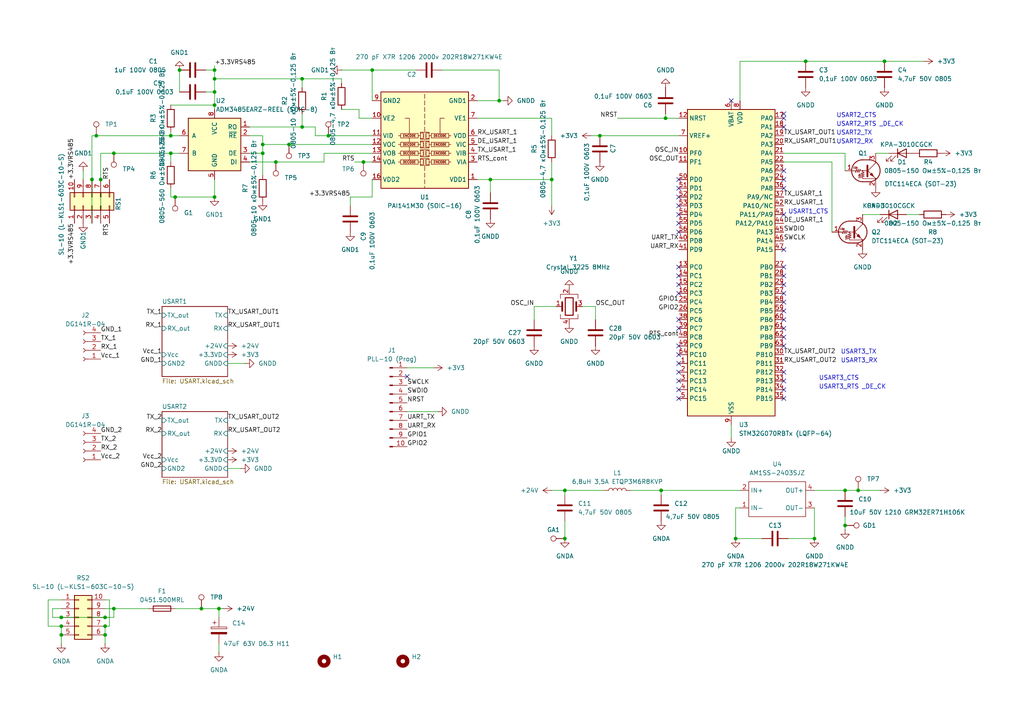
<source format=kicad_sch>
(kicad_sch (version 20250114) (generator "eeschema") (generator_version "9.0")
  (paper "A4")
  (text "USART2_CTS" (at 242.57 34.29 0) (effects (font (size 1.27 1.27)) (justify left bottom)))
  (text "USART1_CTS" (at 228.6 62.23 0) (effects (font (size 1.27 1.27)) (justify left bottom)))
  (text "USART3_RX" (at 243.84 105.41 0) (effects (font (size 1.27 1.27)) (justify left bottom)))
  (text "USART3_RTS _DE_CK" (at 237.49 113.03 0) (effects (font (size 1.27 1.27)) (justify left bottom)))
  (text "USART2_TX" (at 242.57 39.37 0) (effects (font (size 1.27 1.27)) (justify left bottom)))
  (text "USART2_RTS _DE_CK" (at 242.57 36.83 0) (effects (font (size 1.27 1.27)) (justify left bottom)))
  (text "USART3_TX" (at 243.84 102.87 0) (effects (font (size 1.27 1.27)) (justify left bottom)))
  (text "USART3_CTS" (at 237.49 110.49 0) (effects (font (size 1.27 1.27)) (justify left bottom)))
  (text "USART2_RX" (at 242.57 41.91 0) (effects (font (size 1.27 1.27)) (justify left bottom)))
  (junction (at 30.48 184.15))
  (junction (at 248.92 142.24))
  (junction (at 107.95 20.32))
  (junction (at 173.99 39.37))
  (junction (at 62.23 26.67))
  (junction (at 83.82 41.91))
  (junction (at 30.48 179.07))
  (junction (at 17.78 181.61))
  (junction (at 62.23 22.86))
  (junction (at 62.23 20.32))
  (junction (at 49.53 39.37))
  (junction (at 76.2 44.45))
  (junction (at 245.11 152.4))
  (junction (at 95.25 39.37))
  (junction (at 29.21 52.07))
  (junction (at 62.23 30.48))
  (junction (at 160.02 52.07))
  (junction (at 256.54 17.78))
  (junction (at 76.2 41.91))
  (junction (at 27.94 39.37))
  (junction (at 30.48 181.61))
  (junction (at 87.63 36.83))
  (junction (at 193.04 34.29))
  (junction (at 142.24 52.07))
  (junction (at 80.01 46.99))
  (junction (at 163.83 156.21))
  (junction (at 191.77 142.24))
  (junction (at 87.63 22.86))
  (junction (at 144.78 29.21))
  (junction (at 26.67 52.07))
  (junction (at 163.83 142.24))
  (junction (at 245.11 142.24))
  (junction (at 33.02 44.45))
  (junction (at 17.78 179.07))
  (junction (at 62.23 57.15))
  (junction (at 213.36 156.21))
  (junction (at 233.68 17.78))
  (junction (at 49.53 44.45))
  (junction (at 17.78 184.15))
  (junction (at 105.41 46.99))
  (junction (at 50.8 57.15))
  (junction (at 236.22 156.21))
  (junction (at 52.07 20.32))
  (junction (at 33.02 176.53))
  (junction (at 63.5 176.53))
  (junction (at 58.42 176.53))
  (no_connect (at 227.33 85.09))
  (no_connect (at 196.85 54.61))
  (no_connect (at 212.09 29.21))
  (no_connect (at 227.33 100.33))
  (no_connect (at 227.33 34.29))
  (no_connect (at 196.85 92.71))
  (no_connect (at 196.85 102.87))
  (no_connect (at 227.33 80.01))
  (no_connect (at 196.85 105.41))
  (no_connect (at 227.33 87.63))
  (no_connect (at 227.33 49.53))
  (no_connect (at 227.33 92.71))
  (no_connect (at 196.85 95.25))
  (no_connect (at 196.85 57.15))
  (no_connect (at 196.85 64.77))
  (no_connect (at 227.33 110.49))
  (no_connect (at 227.33 33.02))
  (no_connect (at 196.85 52.07))
  (no_connect (at 196.85 113.03))
  (no_connect (at 196.85 80.01))
  (no_connect (at 227.33 97.79))
  (no_connect (at 196.85 82.55))
  (no_connect (at 196.85 100.33))
  (no_connect (at 196.85 67.31))
  (no_connect (at 227.33 115.57))
  (no_connect (at 227.33 36.83))
  (no_connect (at 196.85 107.95))
  (no_connect (at 196.85 115.57))
  (no_connect (at 227.33 54.61))
  (no_connect (at 227.33 95.25))
  (no_connect (at 118.11 109.22))
  (no_connect (at 227.33 62.23))
  (no_connect (at 227.33 77.47))
  (no_connect (at 227.33 90.17))
  (no_connect (at 227.33 52.07))
  (no_connect (at 227.33 107.95))
  (no_connect (at 196.85 77.47))
  (no_connect (at 196.85 62.23))
  (no_connect (at 227.33 82.55))
  (no_connect (at 196.85 110.49))
  (no_connect (at 196.85 85.09))
  (no_connect (at 227.33 72.39))
  (no_connect (at 227.33 113.03))
  (no_connect (at 196.85 59.69))
  (wire (pts (xy 62.23 22.86) (xy 87.63 22.86)))
  (wire (pts (xy 102.87 46.99) (xy 105.41 46.99)))
  (wire (pts (xy 161.29 88.9) (xy 154.94 88.9)))
  (wire (pts (xy 144.78 29.21) (xy 146.05 29.21)))
  (wire (pts (xy 49.53 46.99) (xy 49.53 44.45)))
  (wire (pts (xy 26.67 39.37) (xy 26.67 52.07)))
  (wire (pts (xy 30.48 181.61) (xy 30.48 184.15)))
  (wire (pts (xy 172.72 88.9) (xy 172.72 92.71)))
  (wire (pts (xy 241.3 46.99) (xy 227.33 46.99)))
  (wire (pts (xy 15.24 176.53) (xy 15.24 179.07)))
  (wire (pts (xy 160.02 142.24) (xy 163.83 142.24)))
  (wire (pts (xy 31.75 173.99) (xy 31.75 181.61)))
  (wire (pts (xy 50.8 57.15) (xy 62.23 57.15)))
  (wire (pts (xy 66.04 135.89) (xy 69.85 135.89)))
  (wire (pts (xy 13.97 173.99) (xy 13.97 181.61)))
  (wire (pts (xy 29.21 64.77) (xy 29.21 52.07)))
  (wire (pts (xy 257.81 44.45) (xy 254 44.45)))
  (wire (pts (xy 15.24 179.07) (xy 17.78 179.07)))
  (wire (pts (xy 91.44 39.37) (xy 95.25 39.37)))
  (wire (pts (xy 76.2 39.37) (xy 76.2 41.91)))
  (wire (pts (xy 227.33 44.45) (xy 245.11 44.45)))
  (wire (pts (xy 63.5 176.53) (xy 63.5 179.07)))
  (wire (pts (xy 49.53 54.61) (xy 49.53 57.15)))
  (wire (pts (xy 95.25 39.37) (xy 107.95 39.37)))
  (wire (pts (xy 62.23 20.32) (xy 62.23 22.86)))
  (wire (pts (xy 87.63 22.86) (xy 99.06 22.86)))
  (wire (pts (xy 128.27 20.32) (xy 144.78 20.32)))
  (wire (pts (xy 179.07 34.29) (xy 193.04 34.29)))
  (wire (pts (xy 213.36 156.21) (xy 220.98 156.21)))
  (wire (pts (xy 76.2 44.45) (xy 72.39 44.45)))
  (wire (pts (xy 248.92 142.24) (xy 255.27 142.24)))
  (wire (pts (xy 245.11 152.4) (xy 245.11 153.67)))
  (wire (pts (xy 62.23 26.67) (xy 62.23 30.48)))
  (wire (pts (xy 163.83 156.21) (xy 163.83 151.13)))
  (wire (pts (xy 58.42 176.53) (xy 63.5 176.53)))
  (wire (pts (xy 17.78 184.15) (xy 17.78 186.69)))
  (wire (pts (xy 107.95 20.32) (xy 107.95 29.21)))
  (wire (pts (xy 173.99 39.37) (xy 196.85 39.37)))
  (wire (pts (xy 163.83 143.51) (xy 163.83 142.24)))
  (wire (pts (xy 31.75 181.61) (xy 30.48 181.61)))
  (wire (pts (xy 142.24 52.07) (xy 160.02 52.07)))
  (wire (pts (xy 104.14 31.75) (xy 99.06 31.75)))
  (wire (pts (xy 163.83 142.24) (xy 175.26 142.24)))
  (wire (pts (xy 104.14 34.29) (xy 104.14 31.75)))
  (wire (pts (xy 118.11 119.38) (xy 127 119.38)))
  (wire (pts (xy 191.77 143.51) (xy 191.77 142.24)))
  (wire (pts (xy 233.68 17.78) (xy 256.54 17.78)))
  (wire (pts (xy 160.02 34.29) (xy 160.02 39.37)))
  (wire (pts (xy 62.23 22.86) (xy 62.23 26.67)))
  (wire (pts (xy 87.63 22.86) (xy 87.63 25.4)))
  (wire (pts (xy 107.95 57.15) (xy 107.95 52.07)))
  (wire (pts (xy 83.82 41.91) (xy 107.95 41.91)))
  (wire (pts (xy 72.39 46.99) (xy 80.01 46.99)))
  (wire (pts (xy 191.77 142.24) (xy 214.63 142.24)))
  (wire (pts (xy 168.91 88.9) (xy 172.72 88.9)))
  (wire (pts (xy 87.63 36.83) (xy 72.39 36.83)))
  (wire (pts (xy 49.53 38.1) (xy 49.53 39.37)))
  (wire (pts (xy 30.48 184.15) (xy 30.48 186.69)))
  (wire (pts (xy 49.53 57.15) (xy 50.8 57.15)))
  (wire (pts (xy 138.43 29.21) (xy 144.78 29.21)))
  (wire (pts (xy 33.02 44.45) (xy 49.53 44.45)))
  (wire (pts (xy 52.07 20.32) (xy 52.07 26.67)))
  (wire (pts (xy 105.41 46.99) (xy 107.95 46.99)))
  (wire (pts (xy 236.22 142.24) (xy 245.11 142.24)))
  (wire (pts (xy 76.2 41.91) (xy 76.2 44.45)))
  (wire (pts (xy 30.48 176.53) (xy 33.02 176.53)))
  (wire (pts (xy 138.43 52.07) (xy 142.24 52.07)))
  (wire (pts (xy 63.5 186.69) (xy 63.5 189.23)))
  (wire (pts (xy 91.44 36.83) (xy 91.44 39.37)))
  (wire (pts (xy 62.23 19.05) (xy 62.23 20.32)))
  (wire (pts (xy 66.04 105.41) (xy 71.12 105.41)))
  (wire (pts (xy 72.39 39.37) (xy 76.2 39.37)))
  (wire (pts (xy 101.6 57.15) (xy 107.95 57.15)))
  (wire (pts (xy 118.11 106.68) (xy 125.73 106.68)))
  (wire (pts (xy 59.69 26.67) (xy 62.23 26.67)))
  (wire (pts (xy 29.21 44.45) (xy 33.02 44.45)))
  (wire (pts (xy 27.94 39.37) (xy 49.53 39.37)))
  (wire (pts (xy 33.02 176.53) (xy 43.18 176.53)))
  (wire (pts (xy 193.04 34.29) (xy 193.04 33.02)))
  (wire (pts (xy 26.67 64.77) (xy 26.67 52.07)))
  (wire (pts (xy 29.21 44.45) (xy 29.21 52.07)))
  (wire (pts (xy 154.94 88.9) (xy 154.94 92.71)))
  (wire (pts (xy 13.97 181.61) (xy 17.78 181.61)))
  (wire (pts (xy 241.3 46.99) (xy 241.3 67.31)))
  (wire (pts (xy 99.06 24.13) (xy 99.06 22.86)))
  (wire (pts (xy 80.01 46.99) (xy 93.98 46.99)))
  (wire (pts (xy 212.09 123.19) (xy 212.09 127)))
  (wire (pts (xy 228.6 156.21) (xy 236.22 156.21)))
  (wire (pts (xy 160.02 52.07) (xy 160.02 59.69)))
  (wire (pts (xy 62.23 52.07) (xy 62.23 57.15)))
  (wire (pts (xy 138.43 34.29) (xy 160.02 34.29)))
  (wire (pts (xy 30.48 173.99) (xy 31.75 173.99)))
  (wire (pts (xy 214.63 17.78) (xy 233.68 17.78)))
  (wire (pts (xy 26.67 39.37) (xy 27.94 39.37)))
  (wire (pts (xy 256.54 17.78) (xy 267.97 17.78)))
  (wire (pts (xy 93.98 46.99) (xy 93.98 44.45)))
  (wire (pts (xy 17.78 181.61) (xy 17.78 184.15)))
  (wire (pts (xy 214.63 147.32) (xy 213.36 147.32)))
  (wire (pts (xy 76.2 44.45) (xy 76.2 50.8)))
  (wire (pts (xy 17.78 173.99) (xy 13.97 173.99)))
  (wire (pts (xy 245.11 44.45) (xy 245.11 49.53)))
  (wire (pts (xy 62.23 30.48) (xy 62.23 31.75)))
  (wire (pts (xy 87.63 36.83) (xy 91.44 36.83)))
  (wire (pts (xy 182.88 142.24) (xy 191.77 142.24)))
  (wire (pts (xy 104.14 34.29) (xy 107.95 34.29)))
  (wire (pts (xy 144.78 20.32) (xy 144.78 29.21)))
  (wire (pts (xy 24.13 49.53) (xy 24.13 52.07)))
  (wire (pts (xy 101.6 57.15) (xy 101.6 59.69)))
  (wire (pts (xy 17.78 179.07) (xy 30.48 179.07)))
  (wire (pts (xy 120.65 20.32) (xy 107.95 20.32)))
  (wire (pts (xy 33.02 179.07) (xy 33.02 176.53)))
  (wire (pts (xy 59.69 20.32) (xy 62.23 20.32)))
  (wire (pts (xy 50.8 176.53) (xy 58.42 176.53)))
  (wire (pts (xy 99.06 20.32) (xy 107.95 20.32)))
  (wire (pts (xy 63.5 176.53) (xy 64.77 176.53)))
  (wire (pts (xy 262.89 62.23) (xy 266.7 62.23)))
  (wire (pts (xy 171.45 39.37) (xy 173.99 39.37)))
  (wire (pts (xy 214.63 17.78) (xy 214.63 29.21)))
  (wire (pts (xy 236.22 147.32) (xy 236.22 156.21)))
  (wire (pts (xy 250.19 62.23) (xy 255.27 62.23)))
  (wire (pts (xy 160.02 46.99) (xy 160.02 52.07)))
  (wire (pts (xy 76.2 41.91) (xy 83.82 41.91)))
  (wire (pts (xy 93.98 44.45) (xy 107.95 44.45)))
  (wire (pts (xy 196.85 34.29) (xy 193.04 34.29)))
  (wire (pts (xy 87.63 33.02) (xy 87.63 36.83)))
  (wire (pts (xy 17.78 176.53) (xy 15.24 176.53)))
  (wire (pts (xy 49.53 44.45) (xy 52.07 44.45)))
  (wire (pts (xy 245.11 142.24) (xy 248.92 142.24)))
  (wire (pts (xy 213.36 147.32) (xy 213.36 156.21)))
  (wire (pts (xy 49.53 39.37) (xy 52.07 39.37)))
  (wire (pts (xy 245.11 149.86) (xy 245.11 152.4)))
  (wire (pts (xy 30.48 179.07) (xy 33.02 179.07)))
  (wire (pts (xy 49.53 30.48) (xy 62.23 30.48)))
  (wire (pts (xy 142.24 52.07) (xy 142.24 55.88)))
  (label "UART_TX" (at 196.85 69.85 180))
  (label "RX_USART_OUT1" (at 227.33 41.91 0))
  (label "RTS_cont" (at 138.43 46.99 0))
  (label "Vcc_1" (at 46.99 102.87 180))
  (label "TX_1" (at 46.99 91.44 180))
  (label "RX_1" (at 29.21 101.6 0))
  (label "GND_2" (at 46.99 135.89 180))
  (label "UART_TX" (at 118.11 121.92 0))
  (label "RX_1" (at 46.99 95.25 180))
  (label "RTS" (at 31.75 52.07 90))
  (label "RTS_cont" (at 196.85 97.79 180))
  (label "OSC_IN" (at 196.85 44.45 180))
  (label "DE_USART_1" (at 227.33 64.77 0))
  (label "TX_USART_OUT2" (at 227.33 102.87 0))
  (label "TX_1" (at 29.21 99.06 0))
  (label "UART_RX" (at 196.85 72.39 180))
  (label "SWCLK" (at 227.33 69.85 0))
  (label "SWDIO" (at 227.33 67.31 0))
  (label "GPIO2" (at 118.11 129.54 0))
  (label "+3.3VRS485" (at 21.59 52.07 90))
  (label "+3.3VRS485" (at 21.59 64.77 270))
  (label "Vcc_2" (at 46.99 133.35 180))
  (label "OSC_OUT" (at 196.85 46.99 180))
  (label "RX_USART_OUT2" (at 227.33 105.41 0))
  (label "RX_2" (at 29.21 130.81 0))
  (label "RX_USART_1" (at 227.33 59.69 0))
  (label "GPIO2" (at 196.85 90.17 180))
  (label "TX_USART_1" (at 227.33 57.15 0))
  (label "TX_2" (at 46.99 121.92 180))
  (label "RTS" (at 31.75 64.77 270))
  (label "GND_1" (at 46.99 105.41 180))
  (label "GND_1" (at 29.21 96.52 0))
  (label "SWDIO" (at 118.11 114.3 0))
  (label "NRST" (at 179.07 34.29 180))
  (label "OSC_IN" (at 154.94 88.9 180))
  (label "SWCLK" (at 118.11 111.76 0))
  (label "RX_USART_1" (at 138.43 39.37 0))
  (label "TX_2" (at 29.21 128.27 0))
  (label "+3.3VRS485" (at 101.6 57.15 180))
  (label "RX_USART_OUT2" (at 66.04 125.73 0))
  (label "DE_USART_1" (at 138.43 41.91 0))
  (label "Vcc_1" (at 29.21 104.14 0))
  (label "GND_2" (at 29.21 125.73 0))
  (label "GPIO1" (at 196.85 87.63 180))
  (label "TX_USART_OUT1" (at 66.04 91.44 0))
  (label "UART_RX" (at 118.11 124.46 0))
  (label "+3.3VRS485" (at 62.23 19.05 0))
  (label "RTS" (at 102.87 46.99 180))
  (label "NRST" (at 118.11 116.84 0))
  (label "RX_USART_OUT1" (at 66.04 95.25 0))
  (label "Vcc_2" (at 29.21 133.35 0))
  (label "GPIO1" (at 118.11 127 0))
  (label "TX_USART_1" (at 138.43 44.45 0))
  (label "TX_USART_OUT2" (at 66.04 121.92 0))
  (label "RX_2" (at 46.99 125.73 180))
  (label "OSC_OUT" (at 172.72 88.9 0))
  (label "TX_USART_OUT1" (at 227.33 39.37 0))
  (symbol (lib_id "Device:R") (at 87.63 29.21 180) (unit 1)
    (property "Reference" "R2" (at 82.55 29.21 90))
    (property "Value" "0805-10 кОм±5%-0,125 Вт" (at 85.09 29.21 90))
    (property "Footprint" "Resistor_SMD:R_0805_2012Metric" (effects (hide yes)))
  )
  (symbol (lib_id "power:+3V3") (at 274.32 62.23 270) (unit 1)
    (property "Reference" "#PWR013" (effects (hide yes)))
    (property "Value" "+3V3" (at 278.13 62.2299 90) (effects (justify left)))
    (property "Description" "Power symbol creates a global label with name \"+3V3\"" (effects (hide yes)))
  )
  (symbol (lib_id "power:+24V") (at 64.77 176.53 270) (unit 1)
    (property "Reference" "#PWR032" (effects (hide yes)))
    (property "Value" "+24V" (at 68.58 176.5299 90) (effects (justify left)))
    (property "Description" "Power symbol creates a global label with name \"+24V\"" (effects (hide yes)))
  )
  (symbol (lib_id "Device:C") (at 193.04 29.21 180) (unit 1)
    (property "Reference" "C6" (at 189.23 30.48 0) (effects (justify left)))
    (property "Value" "0,1uF 100V 0603" (at 189.23 27.94 0) (effects (justify left)))
    (property "Footprint" "Capacitor_SMD:C_0603_1608Metric" (effects (hide yes)))
  )
  (symbol (lib_id "Device:R") (at 269.24 44.45 90) (unit 1)
    (property "Reference" "R4" (at 269.24 46.99 90))
    (property "Value" "0805-150 Ом±5%-0,125 Вт" (at 270.51 49.53 90))
    (property "Footprint" "Resistor_SMD:R_0805_2012Metric" (effects (hide yes)))
  )
  (symbol (lib_id "Device:R") (at 49.53 34.29 180) (unit 1) (in_bom no)
    (property "Reference" "R3" (at 44.45 34.29 90))
    (property "Value" "0805-560 Ом±5%-0,125 Вт" (at 46.99 34.29 90))
    (property "Footprint" "Resistor_SMD:R_0805_2012Metric" (effects (hide yes)))
  )
  (symbol (lib_id "Device:R") (at 270.51 62.23 270) (unit 1)
    (property "Reference" "R8" (at 270.51 67.31 90))
    (property "Value" "0805-150 Ом±5%-0,125 Вт" (at 270.51 64.77 90))
    (property "Footprint" "Resistor_SMD:R_0805_2012Metric" (effects (hide yes)))
  )
  (symbol (lib_id "power:+24V") (at 66.04 130.81 270) (unit 1)
    (property "Reference" "#PWR036" (effects (hide yes)))
    (property "Value" "+24V" (at 69.85 130.8099 90) (effects (justify left)))
    (property "Description" "Power symbol creates a global label with name \"+24V\"" (effects (hide yes)))
  )
  (symbol (lib_id "Device:C") (at 55.88 20.32 90) (unit 1)
    (property "Reference" "C1" (at 44.45 17.78 90))
    (property "Value" "1uF 100V 0805" (at 40.64 20.32 90))
    (property "Footprint" "Capacitor_SMD:C_0805_2012Metric" (effects (hide yes)))
  )
  (symbol (lib_id "power:GND") (at 245.11 153.67 0) (unit 1)
    (property "Reference" "#PWR029" (effects (hide yes)))
    (property "Value" "GNDD" (at 245.11 158.75 0))
    (property "Description" "Power symbol creates a global label with name \"GND\" , ground" (effects (hide yes)))
  )
  (symbol (lib_id "Device:C") (at 101.6 63.5 180) (unit 1)
    (property "Reference" "C9" (at 105.41 68.58 90))
    (property "Value" "0,1uF 100V 0603" (at 107.95 69.85 90))
    (property "Footprint" "Capacitor_SMD:C_0603_1608Metric" (effects (hide yes)))
  )
  (symbol (lib_id "Device:C") (at 256.54 21.59 0) (unit 1)
    (property "Reference" "C4" (at 260.35 20.32 0) (effects (justify left)))
    (property "Value" "4,7uF 50V 0805" (at 260.35 22.86 0) (effects (justify left)))
    (property "Footprint" "Capacitor_SMD:C_0805_2012Metric" (effects (hide yes)))
  )
  (symbol (lib_id "power:GNDA") (at 191.77 151.13 0) (unit 1)
    (property "Reference" "#PWR028" (effects (hide yes)))
    (property "Value" "GNDA" (at 191.77 156.21 0))
    (property "Description" "Power symbol creates a global label with name \"GNDA\" , analog ground" (effects (hide yes)))
  )
  (symbol (lib_id "power:GND") (at 165.1 93.98 0) (unit 1)
    (property "Reference" "#PWR048" (effects (hide yes)))
    (property "Value" "GNDD" (at 165.1 99.06 0))
    (property "Description" "Power symbol creates a global label with name \"GND\" , ground" (effects (hide yes)))
  )
  (symbol (lib_id "power:GND1") (at 76.2 58.42 0) (unit 1)
    (property "Reference" "#PWR015" (effects (hide yes)))
    (property "Value" "GND1" (at 76.2 63.5 0))
    (property "Description" "Power symbol creates a global label with name \"GND1\" , ground" (effects (hide yes)))
  )
  (symbol (lib_id "power:+3V3") (at 66.04 133.35 270) (unit 1)
    (property "Reference" "#PWR039" (effects (hide yes)))
    (property "Value" "+3V3" (at 69.85 133.3499 90) (effects (justify left)))
    (property "Description" "Power symbol creates a global label with name \"+3V3\"" (effects (hide yes)))
  )
  (symbol (lib_id "Connector:TestPoint") (at 50.8 57.15 0) (mirror x) (unit 1) (in_bom no)
    (property "Reference" "G1" (at 53.34 61.722 0) (effects (justify left)))
    (property "Value" "TestPoint" (effects (hide yes)))
    (property "Footprint" "TestPoint:TestPoint_Pad_D1.0mm" (effects (hide yes)))
    (property "Description" "test point" (effects (hide yes)))
  )
  (symbol (lib_id "Device:LED") (at 261.62 44.45 0) (unit 1)
    (property "Reference" "D1" (at 261.62 46.99 0))
    (property "Value" "KPA-3010CGCK" (at 262.89 41.91 0))
    (property "Footprint" "LED_SMD:LED_Kingbright_KPA-3010_3x2x1mm" (effects (hide yes)))
  )
  (symbol (lib_id "Device:R") (at 99.06 27.94 180) (unit 1)
    (property "Reference" "R1" (at 93.98 27.94 90))
    (property "Value" "0805-4,7 кОм±5%-0,125 Вт" (at 96.52 27.94 90))
    (property "Footprint" "Resistor_SMD:R_0805_2012Metric" (effects (hide yes)))
  )
  (symbol (lib_id "power:GND1") (at 24.13 64.77 0) (unit 1)
    (property "Reference" "#PWR018" (effects (hide yes)))
    (property "Value" "GND1" (at 24.13 72.39 90) (effects (justify left)))
    (property "Description" "Power symbol creates a global label with name \"GND1\" , ground" (effects (hide yes)))
  )
  (symbol (lib_id "Connector_Generic:Conn_02x05_Counter_Clockwise") (at 26.67 59.69 90) (unit 1) (in_bom no)
    (property "Reference" "RS1" (at 34.29 57.15 0) (effects (justify right)))
    (property "Value" "SL-10 (L-KLS1-603C-10-S)" (at 17.78 44.45 0) (effects (justify right)))
    (property "Footprint" "Connector:Edge_Conn_KLS1-603-10" (effects (hide yes)))
  )
  (symbol (lib_id "power:GNDA") (at 213.36 156.21 0) (unit 1)
    (property "Reference" "#PWR030" (effects (hide yes)))
    (property "Value" "GNDA" (at 213.36 161.29 0))
    (property "Description" "Power symbol creates a global label with name \"GNDA\" , analog ground" (effects (hide yes)))
  )
  (symbol (lib_id "power:GND1") (at 101.6 67.31 0) (unit 1)
    (property "Reference" "#PWR020" (effects (hide yes)))
    (property "Value" "GND1" (at 101.6 72.39 0))
    (property "Description" "Power symbol creates a global label with name \"GND1\" , ground" (effects (hide yes)))
  )
  (symbol (lib_id "power:GND") (at 236.22 156.21 0) (unit 1)
    (property "Reference" "#PWR031" (effects (hide yes)))
    (property "Value" "GNDD" (at 236.22 161.29 0))
    (property "Description" "Power symbol creates a global label with name \"GND\" , ground" (effects (hide yes)))
  )
  (symbol (lib_id "power:GNDA") (at 30.48 186.69 0) (unit 1)
    (property "Reference" "#PWR034" (effects (hide yes)))
    (property "Value" "GNDA" (at 30.48 191.77 0))
    (property "Description" "Power symbol creates a global label with name \"GNDA\" , analog ground" (effects (hide yes)))
  )
  (symbol (lib_id "power:GND") (at 250.19 72.39 0) (unit 1)
    (property "Reference" "#PWR019" (effects (hide yes)))
    (property "Value" "GNDD" (at 250.19 77.47 0))
    (property "Description" "Power symbol creates a global label with name \"GND\" , ground" (effects (hide yes)))
  )
  (symbol (lib_id "power:GND") (at 233.68 25.4 0) (unit 1)
    (property "Reference" "#PWR05" (effects (hide yes)))
    (property "Value" "GNDD" (at 233.68 30.48 0))
    (property "Description" "Power symbol creates a global label with name \"GND\" , ground" (effects (hide yes)))
  )
  (symbol (lib_id "power:GND") (at 172.72 100.33 0) (unit 1)
    (property "Reference" "#PWR050" (effects (hide yes)))
    (property "Value" "GNDD" (at 172.72 105.41 0))
    (property "Description" "Power symbol creates a global label with name \"GND\" , ground" (effects (hide yes)))
  )
  (symbol (lib_id "Connector:Conn_01x04_Socket") (at 24.13 101.6 180) (unit 1)
    (property "Reference" "J2" (at 24.765 91.44 0))
    (property "Value" "DG141R-04" (at 24.765 93.98 0))
    (property "Footprint" "Connector:DG141R-04" (effects (hide yes)))
  )
  (symbol (lib_id "power:GND") (at 165.1 83.82 180) (unit 1)
    (property "Reference" "#PWR046" (effects (hide yes)))
    (property "Value" "GNDD" (at 165.1 78.74 0))
    (property "Description" "Power symbol creates a global label with name \"GND\" , ground" (effects (hide yes)))
  )
  (symbol (lib_id "Device:C") (at 224.79 156.21 90) (unit 1)
    (property "Reference" "C13" (at 224.79 152.4 90))
    (property "Value" "270 pF X7R 1206 2000v 202R18W271KW4E" (at 224.79 163.83 90))
    (property "Footprint" "Capacitor_SMD:C_1206_3216Metric" (effects (hide yes)))
  )
  (symbol (lib_id "Connector:TestPoint") (at 105.41 46.99 0) (mirror x) (unit 1) (in_bom no)
    (property "Reference" "TP6" (at 102.87 49.022 0) (effects (justify right)))
    (property "Value" "TestPoint" (effects (hide yes)))
    (property "Footprint" "TestPoint:TestPoint_Pad_D1.0mm" (effects (hide yes)))
    (property "Description" "test point" (effects (hide yes)))
  )
  (symbol (lib_id "Connector:TestPoint") (at 83.82 41.91 180) (unit 1) (in_bom no)
    (property "Reference" "TP3" (at 86.36 45.2119 0) (effects (justify right)))
    (property "Value" "TestPoint" (effects (hide yes)))
    (property "Footprint" "TestPoint:TestPoint_Pad_D1.0mm" (effects (hide yes)))
    (property "Description" "test point" (effects (hide yes)))
  )
  (symbol (lib_id "Device:C_Polarized") (at 63.5 182.88 0) (unit 1)
    (property "Reference" "C14" (at 67.31 180.721 0) (effects (justify left)))
    (property "Value" "47uF 63V D6.3 H11" (at 64.77 186.69 0) (effects (justify left)))
    (property "Footprint" "Capacitor_THT:CP_Radial_D6.3mm_P2.50mm" (effects (hide yes)))
  )
  (symbol (lib_id "Connector:TestPoint") (at 95.25 39.37 0) (unit 1) (in_bom no)
    (property "Reference" "TP2" (at 97.79 36.0679 0) (effects (justify left)))
    (property "Value" "TestPoint" (effects (hide yes)))
    (property "Footprint" "TestPoint:TestPoint_Pad_D1.0mm" (effects (hide yes)))
    (property "Description" "test point" (effects (hide yes)))
  )
  (symbol (lib_id "Transistor_BJT:DTC114E") (at 247.65 67.31 0) (unit 1)
    (property "Reference" "Q2" (at 252.73 67.31 0) (effects (justify left)))
    (property "Value" "DTC114ECA (SOT-23)" (at 252.73 69.85 0) (effects (justify left)))
    (property "Footprint" "Package_TO_SOT_SMD:SOT-23" (effects (hide yes)))
  )
  (symbol (lib_id "power:GND") (at 154.94 100.33 0) (unit 1)
    (property "Reference" "#PWR049" (effects (hide yes)))
    (property "Value" "GNDD" (at 154.94 105.41 0))
    (property "Description" "Power symbol creates a global label with name \"GND\" , ground" (effects (hide yes)))
  )
  (symbol (lib_id "Device:C") (at 233.68 21.59 0) (unit 1)
    (property "Reference" "C3" (at 237.49 20.32 0) (effects (justify left)))
    (property "Value" "0,1uF 100V 0603" (at 237.49 22.86 0) (effects (justify left)))
    (property "Footprint" "Capacitor_SMD:C_0603_1608Metric" (effects (hide yes)))
  )
  (symbol (lib_id "Device:Crystal_GND24") (at 165.1 88.9 0) (unit 1)
    (property "Reference" "Y1" (at 166.37 74.93 0))
    (property "Value" "Crystal_3225 8MHz" (at 167.64 77.47 0))
    (property "Footprint" "Crystal:Crystal_SMD_3225-4Pin_3.2x2.5mm" (effects (hide yes)))
  )
  (symbol (lib_id "Device:C") (at 142.24 59.69 180) (unit 1)
    (property "Reference" "C8" (at 135.89 62.23 90))
    (property "Value" "0,1uF 100V 0603" (at 138.43 62.23 90))
    (property "Footprint" "Capacitor_SMD:C_0603_1608Metric" (effects (hide yes)))
  )
  (symbol (lib_id "Device:C") (at 191.77 147.32 0) (unit 1)
    (property "Reference" "C12" (at 195.58 146.05 0) (effects (justify left)))
    (property "Value" "4,7uF 50V 0805" (at 193.04 149.86 0) (effects (justify left)))
    (property "Footprint" "Capacitor_SMD:C_0805_2012Metric" (effects (hide yes)))
  )
  (symbol (lib_id "Mechanical:MountingHole") (at 93.98 191.77 0) (unit 1) (in_bom no)
    (property "Reference" "H1" (at 96.52 190.5 0) (effects (justify left)))
    (property "Value" "MountingHole" (effects (hide yes)))
    (property "Footprint" "MountingHole:MountingHole_3.2mm_M3" (effects (hide yes)))
  )
  (symbol (lib_id "Isolator:π141M3x") (at 123.19 39.37 180) (unit 1)
    (property "Reference" "U1" (at 123.19 57.15 0))
    (property "Value" "PAI141M30 (SOIC-16)" (at 123.19 59.69 0))
    (property "Footprint" "Package_SO:SOIC-16_3.9x9.9mm_P1.27mm" (effects (hide yes)))
    (property "Datasheet" "https://wmsc.lcsc.com/wmsc/upload/file/pdf/v2/lcsc/2001082007_2Pai-Semi--141M30_C471604.pdf" (effects (hide yes)))
  )
  (symbol (lib_id "power:GND") (at 256.54 25.4 0) (unit 1)
    (property "Reference" "#PWR06" (effects (hide yes)))
    (property "Value" "GNDD" (at 256.54 30.48 0))
    (property "Description" "Power symbol creates a global label with name \"GND\" , ground" (effects (hide yes)))
  )
  (symbol (lib_id "Interface_UART:SP3485CN") (at 62.23 41.91 0) (mirror y) (unit 1)
    (property "Reference" "U2" (at 62.5759 29.21 0) (effects (justify right)))
    (property "Value" "ADM3485EARZ-REEL (SOIC-8)" (at 62.5759 31.75 0) (effects (justify right)))
    (property "Footprint" "Package_SO:SOIC-8_3.9x4.9mm_P1.27mm" (effects (hide yes)))
    (property "Datasheet" "https://static.chipdip.ru/lib/154/DOC013154525.pdf" (effects (hide yes)))
  )
  (symbol (lib_id "power:GND") (at 142.24 63.5 0) (unit 1)
    (property "Reference" "#PWR017" (effects (hide yes)))
    (property "Value" "GNDD" (at 142.24 68.58 0))
    (property "Description" "Power symbol creates a global label with name \"GND\" , ground" (effects (hide yes)))
  )
  (symbol (lib_id "Device:C") (at 245.11 146.05 0) (unit 1)
    (property "Reference" "C10" (at 248.92 144.78 0) (effects (justify left)))
    (property "Value" "10uF 50V 1210 GRM32ER71H106K" (at 246.38 148.59 0) (effects (justify left)))
    (property "Footprint" "Capacitor_SMD:C_1210_3225Metric" (effects (hide yes)))
  )
  (symbol (lib_id "power:GND1") (at 99.06 20.32 270) (unit 1)
    (property "Reference" "#PWR03" (effects (hide yes)))
    (property "Value" "GND1" (at 90.17 20.32 90) (effects (justify left)))
    (property "Description" "Power symbol creates a global label with name \"GND1\" , ground" (effects (hide yes)))
  )
  (symbol (lib_id "Connector_Generic:Conn_02x05_Counter_Clockwise") (at 22.86 179.07 0) (unit 1) (in_bom no)
    (property "Reference" "RS2" (at 24.13 167.64 0))
    (property "Value" "SL-10 (L-KLS1-603C-10-S)" (at 24.13 170.18 0))
    (property "Footprint" "Connector:Edge_Conn_KLS1-603-10" (effects (hide yes)))
  )
  (symbol (lib_id "Connector:Conn_01x04_Socket") (at 24.13 130.81 180) (unit 1)
    (property "Reference" "J3" (at 24.765 120.65 0))
    (property "Value" "DG141R-04" (at 24.765 123.19 0))
    (property "Footprint" "Connector:DG141R-04" (effects (hide yes)))
  )
  (symbol (lib_id "Connector:TestPoint") (at 245.11 152.4 270) (unit 1) (in_bom no)
    (property "Reference" "GD1" (at 250.19 152.3999 90) (effects (justify left)))
    (property "Value" "TestPoint" (effects (hide yes)))
    (property "Footprint" "TestPoint:TestPoint_Pad_D1.0mm" (effects (hide yes)))
    (property "Description" "test point" (effects (hide yes)))
  )
  (symbol (lib_id "Device:C") (at 172.72 96.52 0) (unit 1)
    (property "Reference" "C28" (at 176.53 95.25 0) (effects (justify left)))
    (property "Value" "20pF 50V 0603" (at 176.53 97.79 0) (effects (justify left)))
    (property "Footprint" "Capacitor_SMD:C_0603_1608Metric" (effects (hide yes)))
  )
  (symbol (lib_id "Device:R") (at 49.53 50.8 180) (unit 1) (in_bom no)
    (property "Reference" "R6" (at 44.45 50.8 90))
    (property "Value" "0805-560 Ом±5%-0,125 Вт" (at 46.99 50.8 90))
    (property "Footprint" "Resistor_SMD:R_0805_2012Metric" (effects (hide yes)))
  )
  (symbol (lib_id "Connector:TestPoint") (at 27.94 39.37 0) (unit 1) (in_bom no)
    (property "Reference" "TP1" (at 30.48 36.0679 0) (effects (justify left)))
    (property "Value" "TestPoint" (effects (hide yes)))
    (property "Footprint" "TestPoint:TestPoint_Pad_D1.0mm" (effects (hide yes)))
    (property "Description" "test point" (effects (hide yes)))
  )
  (symbol (lib_id "power:+3V3") (at 273.05 44.45 270) (unit 1)
    (property "Reference" "#PWR08" (effects (hide yes)))
    (property "Value" "+3V3" (at 276.86 44.4499 90) (effects (justify left)))
    (property "Description" "Power symbol creates a global label with name \"+3V3\"" (effects (hide yes)))
  )
  (symbol (lib_id "power:+3V3") (at 125.73 106.68 270) (unit 1)
    (property "Reference" "#PWR021" (effects (hide yes)))
    (property "Value" "+3V3" (at 129.54 106.6799 90) (effects (justify left)))
    (property "Description" "Power symbol creates a global label with name \"+3V3\"" (effects (hide yes)))
  )
  (symbol (lib_id "Connector:TestPoint") (at 163.83 156.21 90) (unit 1) (in_bom no)
    (property "Reference" "GA1" (at 160.528 153.67 90))
    (property "Value" "TestPoint" (effects (hide yes)))
    (property "Footprint" "TestPoint:TestPoint_Pad_D1.0mm" (effects (hide yes)))
    (property "Description" "test point" (effects (hide yes)))
  )
  (symbol (lib_id "Device:C") (at 173.99 43.18 0) (unit 1)
    (property "Reference" "C7" (at 177.8 44.45 90) (effects (justify left)))
    (property "Value" "0,1uF 100V 0603" (at 170.18 58.42 90) (effects (justify left)))
    (property "Footprint" "Capacitor_SMD:C_0603_1608Metric" (effects (hide yes)))
  )
  (symbol (lib_id "power:GND1") (at 24.13 49.53 180) (unit 1)
    (property "Reference" "#PWR012" (effects (hide yes)))
    (property "Value" "GND1" (at 24.13 44.45 0))
    (property "Description" "Power symbol creates a global label with name \"GND1\" , ground" (effects (hide yes)))
  )
  (symbol (lib_id "Transistor_BJT:DTC114E") (at 251.46 49.53 0) (unit 1)
    (property "Reference" "Q1" (at 248.92 44.45 0) (effects (justify left)))
    (property "Value" "DTC114ECA (SOT-23)" (at 256.54 53.34 0) (effects (justify left)))
    (property "Footprint" "Package_TO_SOT_SMD:SOT-23" (effects (hide yes)))
  )
  (symbol (lib_id "Device:Fuse") (at 46.99 176.53 90) (unit 1)
    (property "Reference" "F1" (at 46.99 171.45 90))
    (property "Value" "0451.500MRL" (at 46.99 173.99 90))
    (property "Footprint" "Fuse:Fuse_Littelfuse-NANO2-451_453" (effects (hide yes)))
  )
  (symbol (lib_id "power:+3V3") (at 160.02 59.69 180) (unit 1)
    (property "Reference" "#PWR016" (effects (hide yes)))
    (property "Value" "+3V3" (at 160.02 64.77 0))
    (property "Description" "Power symbol creates a global label with name \"+3V3\"" (effects (hide yes)))
  )
  (symbol (lib_id "power:+24V") (at 66.04 100.33 270) (unit 1)
    (property "Reference" "#PWR022" (effects (hide yes)))
    (property "Value" "+24V" (at 69.85 100.3299 90) (effects (justify left)))
    (property "Description" "Power symbol creates a global label with name \"+24V\"" (effects (hide yes)))
  )
  (symbol (lib_id "power:GNDA") (at 17.78 186.69 0) (unit 1)
    (property "Reference" "#PWR033" (effects (hide yes)))
    (property "Value" "GNDA" (at 17.78 191.77 0))
    (property "Description" "Power symbol creates a global label with name \"GNDA\" , analog ground" (effects (hide yes)))
  )
  (symbol (lib_id "power:GND") (at 71.12 105.41 90) (unit 1)
    (property "Reference" "#PWR042" (effects (hide yes)))
    (property "Value" "GNDD" (at 74.93 105.4099 90) (effects (justify right)))
    (property "Description" "Power symbol creates a global label with name \"GND\" , ground" (effects (hide yes)))
  )
  (symbol (lib_id "power:GND") (at 254 54.61 0) (unit 1)
    (property "Reference" "#PWR011" (effects (hide yes)))
    (property "Value" "GNDD" (at 254 59.69 0))
    (property "Description" "Power symbol creates a global label with name \"GND\" , ground" (effects (hide yes)))
  )
  (symbol (lib_id "power:GND") (at 69.85 135.89 90) (unit 1)
    (property "Reference" "#PWR043" (effects (hide yes)))
    (property "Value" "GNDD" (at 73.66 135.8899 90) (effects (justify right)))
    (property "Description" "Power symbol creates a global label with name \"GND\" , ground" (effects (hide yes)))
  )
  (symbol (lib_id "power:+3V3") (at 255.27 142.24 270) (unit 1)
    (property "Reference" "#PWR026" (effects (hide yes)))
    (property "Value" "+3V3" (at 259.08 142.2399 90) (effects (justify left)))
    (property "Description" "Power symbol creates a global label with name \"+3V3\"" (effects (hide yes)))
  )
  (symbol (lib_id "Mechanical:MountingHole") (at 116.84 191.77 0) (unit 1) (in_bom no)
    (property "Reference" "H2" (at 119.38 190.5 0) (effects (justify left)))
    (property "Value" "MountingHole" (effects (hide yes)))
    (property "Footprint" "MountingHole:MountingHole_3.2mm_M3" (effects (hide yes)))
  )
  (symbol (lib_id "Device:R") (at 76.2 54.61 180) (unit 1)
    (property "Reference" "R7" (at 71.12 54.61 90))
    (property "Value" "0805-10 кОм±5%-0,125 Вт" (at 73.66 54.61 90))
    (property "Footprint" "Resistor_SMD:R_0805_2012Metric" (effects (hide yes)))
  )
  (symbol (lib_id "Device:L") (at 179.07 142.24 90) (unit 1)
    (property "Reference" "L1" (at 179.07 137.16 90))
    (property "Value" "6,8uH 3,5A ETQP3M6R8KVP" (at 179.07 139.7 90))
    (property "Footprint" "Inductor_SMD:L_Bourns-SRN6028" (effects (hide yes)))
  )
  (symbol (lib_id "Connector:TestPoint") (at 248.92 142.24 0) (unit 1) (in_bom no)
    (property "Reference" "TP7" (at 251.46 138.9379 0) (effects (justify left)))
    (property "Value" "TestPoint" (effects (hide yes)))
    (property "Footprint" "TestPoint:TestPoint_Pad_D1.0mm" (effects (hide yes)))
    (property "Description" "test point" (effects (hide yes)))
  )
  (symbol (lib_id "Connector:TestPoint") (at 58.42 176.53 0) (unit 1) (in_bom no)
    (property "Reference" "TP8" (at 60.96 173.2279 0) (effects (justify left)))
    (property "Value" "TestPoint" (effects (hide yes)))
    (property "Footprint" "TestPoint:TestPoint_Pad_D1.0mm" (effects (hide yes)))
    (property "Description" "test point" (effects (hide yes)))
  )
  (symbol (lib_id "Converter_DCDC:AM1SS-") (at 223.52 152.4 0) (mirror x) (unit 1)
    (property "Reference" "U4" (at 225.425 134.62 0))
    (property "Value" "AM1SS-2403SJZ" (at 225.425 137.16 0))
    (property "Footprint" "Converter_DCDC:Converter_DCDC_Murata_MEE3SxxxxSC_THT" (effects (hide yes)))
    (property "Datasheet" "https://www.aimtec.com/site/Aimtec/files/Datasheet/HighResolution/am1ss-jz.pdf" (effects (hide yes)))
  )
  (symbol (lib_id "power:GND1") (at 62.23 57.15 0) (unit 1)
    (property "Reference" "#PWR014" (effects (hide yes)))
    (property "Value" "GND1" (at 62.23 62.23 0))
    (property "Description" "Power symbol creates a global label with name \"GND1\" , ground" (effects (hide yes)))
  )
  (symbol (lib_id "power:+24V") (at 160.02 142.24 90) (unit 1)
    (property "Reference" "#PWR025" (effects (hide yes)))
    (property "Value" "+24V" (at 156.21 142.2399 90) (effects (justify left)))
    (property "Description" "Power symbol creates a global label with name \"+24V\"" (effects (hide yes)))
  )
  (symbol (lib_id "Connector:TestPoint") (at 80.01 46.99 0) (mirror x) (unit 1) (in_bom no)
    (property "Reference" "TP5" (at 82.55 51.562 0) (effects (justify left)))
    (property "Value" "TestPoint" (effects (hide yes)))
    (property "Footprint" "TestPoint:TestPoint_Pad_D1.0mm" (effects (hide yes)))
    (property "Description" "test point" (effects (hide yes)))
  )
  (symbol (lib_id "power:GNDA") (at 163.83 156.21 0) (unit 1)
    (property "Reference" "#PWR027" (effects (hide yes)))
    (property "Value" "GNDA" (at 163.83 161.29 0))
    (property "Description" "Power symbol creates a global label with name \"GNDA\" , analog ground" (effects (hide yes)))
  )
  (symbol (lib_id "Device:C") (at 163.83 147.32 0) (unit 1)
    (property "Reference" "C11" (at 167.64 146.05 0) (effects (justify left)))
    (property "Value" "4,7uF 50V 0805" (at 167.64 148.59 0) (effects (justify left)))
    (property "Footprint" "Capacitor_SMD:C_0805_2012Metric" (effects (hide yes)))
  )
  (symbol (lib_id "power:GND") (at 212.09 127 0) (unit 1)
    (property "Reference" "#PWR024" (effects (hide yes)))
    (property "Value" "GNDD" (at 212.09 130.81 0))
    (property "Description" "Power symbol creates a global label with name \"GND\" , ground" (effects (hide yes)))
  )
  (symbol (lib_id "Device:R") (at 160.02 43.18 180) (unit 1)
    (property "Reference" "R5" (at 154.94 43.18 90))
    (property "Value" "0805-4,7 кОм±5%-0,125 Вт" (at 157.48 43.18 90))
    (property "Footprint" "Resistor_SMD:R_0805_2012Metric" (effects (hide yes)))
  )
  (symbol (lib_id "power:+3V3") (at 171.45 39.37 90) (unit 1)
    (property "Reference" "#PWR09" (effects (hide yes)))
    (property "Value" "+3V3" (at 167.64 39.3699 90) (effects (justify left)))
    (property "Description" "Power symbol creates a global label with name \"+3V3\"" (effects (hide yes)))
  )
  (symbol (lib_id "power:GND") (at 173.99 46.99 0) (unit 1)
    (property "Reference" "#PWR010" (effects (hide yes)))
    (property "Value" "GNDD" (at 173.99 52.07 0))
    (property "Description" "Power symbol creates a global label with name \"GND\" , ground" (effects (hide yes)))
  )
  (symbol (lib_id "power:+3V3") (at 267.97 17.78 270) (unit 1)
    (property "Reference" "#PWR01" (effects (hide yes)))
    (property "Value" "+3V3" (at 271.78 17.7799 90) (effects (justify left)))
    (property "Description" "Power symbol creates a global label with name \"+3V3\"" (effects (hide yes)))
  )
  (symbol (lib_id "Device:C") (at 55.88 26.67 90) (unit 1)
    (property "Reference" "C5" (at 45.72 24.13 90))
    (property "Value" "0,1uF 100V 0603" (at 41.91 26.67 90))
    (property "Footprint" "Capacitor_SMD:C_0603_1608Metric" (effects (hide yes)))
  )
  (symbol (lib_id "Connector:Conn_01x10_Pin") (at 113.03 116.84 0) (unit 1)
    (property "Reference" "J1" (at 113.665 101.6 0))
    (property "Value" "PLL-10 (Prog)" (at 113.665 104.14 0))
    (property "Footprint" "Connector_PinHeader_1.27mm:PinHeader_1x10_P1.27mm_Vertical" (effects (hide yes)))
  )
  (symbol (lib_id "power:+3V3") (at 66.04 102.87 270) (unit 1)
    (property "Reference" "#PWR041" (effects (hide yes)))
    (property "Value" "+3V3" (at 69.85 102.8699 90) (effects (justify left)))
    (property "Description" "Power symbol creates a global label with name \"+3V3\"" (effects (hide yes)))
  )
  (symbol (lib_id "power:GND") (at 127 119.38 90) (unit 1)
    (property "Reference" "#PWR023" (effects (hide yes)))
    (property "Value" "GNDD" (at 130.81 119.3799 90) (effects (justify right)))
    (property "Description" "Power symbol creates a global label with name \"GND\" , ground" (effects (hide yes)))
  )
  (symbol (lib_id "MCU_ST_STM32G0:STM32G070RBTx") (at 212.09 77.47 0) (unit 1)
    (property "Reference" "U3" (at 214.2841 123.19 0) (effects (justify left)))
    (property "Value" "STM32G070RBTx (LQFP-64)" (at 214.2841 125.73 0) (effects (justify left)))
    (property "Footprint" "Package_QFP:LQFP-64_10x10mm_P0.5mm" (effects (hide yes)))
    (property "Datasheet" "https://www.st.com/resource/en/datasheet/stm32g070rb.pdf" (effects (hide yes)))
  )
  (symbol (lib_id "Connector:TestPoint") (at 33.02 44.45 0) (mirror x) (unit 1) (in_bom no)
    (property "Reference" "TP4" (at 35.56 49.022 0) (effects (justify left)))
    (property "Value" "TestPoint" (effects (hide yes)))
    (property "Footprint" "TestPoint:TestPoint_Pad_D1.0mm" (effects (hide yes)))
    (property "Description" "test point" (effects (hide yes)))
  )
  (symbol (lib_id "Device:LED") (at 259.08 62.23 0) (unit 1)
    (property "Reference" "D2" (at 259.08 64.77 0))
    (property "Value" "KPA-3010CGCK" (at 257.81 59.69 0))
    (property "Footprint" "LED_SMD:LED_Kingbright_KPA-3010_3x2x1mm" (effects (hide yes)))
  )
  (symbol (lib_id "Device:C") (at 124.46 20.32 90) (unit 1)
    (property "Reference" "C2" (at 119.38 21.59 90))
    (property "Value" "270 pF X7R 1206 2000v 202R18W271KW4E" (at 124.46 16.51 90))
    (property "Footprint" "Capacitor_SMD:C_1206_3216Metric" (effects (hide yes)))
  )
  (symbol (lib_id "power:GNDA") (at 63.5 189.23 0) (unit 1)
    (property "Reference" "#PWR035" (effects (hide yes)))
    (property "Value" "GNDA" (at 63.5 194.31 0))
    (property "Description" "Power symbol creates a global label with name \"GNDA\" , analog ground" (effects (hide yes)))
  )
  (symbol (lib_id "power:GND") (at 146.05 29.21 90) (unit 1)
    (property "Reference" "#PWR07" (effects (hide yes)))
    (property "Value" "GNDD" (at 149.86 29.2099 90) (effects (justify right)))
    (property "Description" "Power symbol creates a global label with name \"GND\" , ground" (effects (hide yes)))
  )
  (symbol (lib_id "power:GND") (at 193.04 25.4 180) (unit 1)
    (property "Reference" "#PWR04" (effects (hide yes)))
    (property "Value" "GNDD" (at 193.04 20.32 0))
    (property "Description" "Power symbol creates a global label with name \"GND\" , ground" (effects (hide yes)))
  )
  (symbol (lib_id "Device:C") (at 154.94 96.52 0) (unit 1)
    (property "Reference" "C27" (at 147.32 96.52 0) (effects (justify left)))
    (property "Value" "20pF 50V 0603" (at 137.16 99.06 0) (effects (justify left)))
    (property "Footprint" "Capacitor_SMD:C_0603_1608Metric" (effects (hide yes)))
  )
  (symbol (lib_id "power:GND1") (at 52.07 20.32 180) (unit 1)
    (property "Reference" "#PWR02" (effects (hide yes)))
    (property "Value" "GND1" (at 52.07 15.24 0))
    (property "Description" "Power symbol creates a global label with name \"GND1\" , ground" (effects (hide yes)))
  )
  (sheet (at 46.99 119.38) (size 19.05 19.05) (stroke (width 0.1524))
    (property "Sheetname" "USART2" (at 46.99 118.6684 0) (effects (justify left bottom)))
    (property "Sheetfile" "USART.kicad_sch" (at 46.99 139.0146 0) (effects (justify left top)))
    (pin "Vcc" input (at 46.99 133.35 180))
    (pin "GND2" input (at 46.99 135.89 180))
    (pin "GNDD" input (at 66.04 135.89 0))
    (pin "+3.3VD" input (at 66.04 133.35 0))
    (pin "RX" input (at 66.04 125.73 0))
    (pin "TX" input (at 66.04 121.92 0))
    (pin "+24V" input (at 66.04 130.81 0))
    (pin "TX_out" input (at 46.99 121.92 180))
    (pin "RX_out" input (at 46.99 125.73 180))
  )
  (sheet (at 46.99 88.9) (size 19.05 20.32) (stroke (width 0.1524))
    (property "Sheetname" "USART1" (at 46.99 88.1884 0) (effects (justify left bottom)))
    (property "Sheetfile" "USART.kicad_sch" (at 46.99 109.8046 0) (effects (justify left top)))
    (pin "GNDD" input (at 66.04 105.41 0))
    (pin "GND2" input (at 46.99 105.41 180))
    (pin "Vcc" input (at 46.99 102.87 180))
    (pin "+3.3VD" input (at 66.04 102.87 0))
    (pin "RX" input (at 66.04 95.25 0))
    (pin "TX" input (at 66.04 91.44 0))
    (pin "+24V" input (at 66.04 100.33 0))
    (pin "RX_out" input (at 46.99 95.25 180))
    (pin "TX_out" input (at 46.99 91.44 180))
  )
)
</source>
